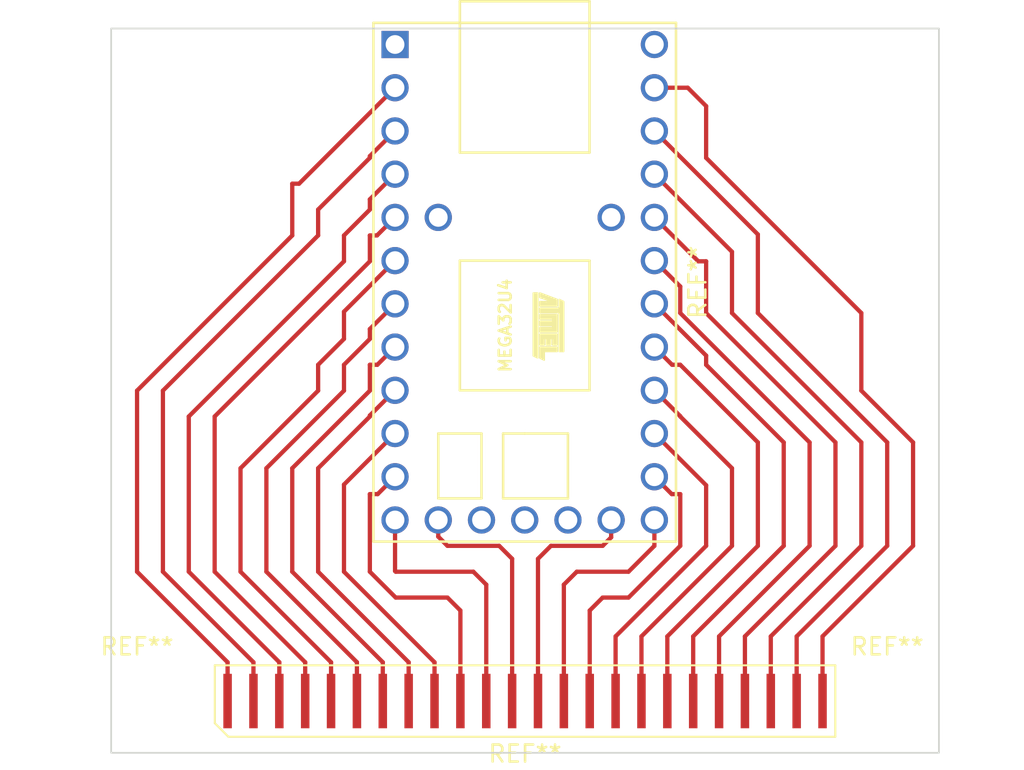
<source format=kicad_pcb>
(kicad_pcb (version 20221018) (generator pcbnew)
  (layers (0 "F.Cu" signal) (31 "B.Cu" signal) (34 "B.Paste" user) (35 "F.Paste" user) (36 "B.SilkS" user "B.Silkscreen") (37 "F.SilkS" user "F.Silkscreen") (38 "B.Mask" user) (39 "F.Mask" user) (44 "Edge.Cuts" user))
  (net 0 "")
  (footprint "MountingHole:MountingHole_2.1mm" (layer "F.Cu") (at 129.2 97.28)
    (fp_text reference "REF**" (at 0 -3.2) (layer "F.SilkS"))
    (fp_text value "MountingHole_2.1mm")
    (pad "" np_thru_hole circle (at 1.12 1) (size 2.1 2.1) (drill 2.1) (layers "F&B.Cu" "*.Mask"))
  )
  (footprint "1.4:SOIC-24" (layer "F.Cu") (at 152 97.28)
    (fp_text reference "REF**" (at 0 3.1) (layer "F.SilkS"))
    (fp_text value "SOIC-24")
    (fp_line (start -18.23 -2.1) (end 18.23 -2.1) (stroke (width 0.12)) (layer "F.SilkS"))
    (fp_line (start -18.23 1.3) (end -18.23 -2.1) (stroke (width 0.12)) (layer "F.SilkS"))
    (fp_line (start -17.43 2.1) (end -18.23 1.3) (stroke (width 0.12)) (layer "F.SilkS"))
    (fp_line (start 18.23 -2.1) (end 18.23 2.1) (stroke (width 0.12)) (layer "F.SilkS"))
    (fp_line (start 18.23 2.1) (end -17.43 2.1) (stroke (width 0.12)) (layer "F.SilkS"))
    (pad "1" smd rect (at -17.48 0) (size 0.5 3.2) (layers "F.Cu" "F.Paste" "F.Mask"))
    (pad "2" smd rect (at -15.96 0) (size 0.5 3.2) (layers "F.Cu" "F.Paste" "F.Mask"))
    (pad "3" smd rect (at -14.44 0) (size 0.5 3.2) (layers "F.Cu" "F.Paste" "F.Mask"))
    (pad "4" smd rect (at -12.92 0) (size 0.5 3.2) (layers "F.Cu" "F.Paste" "F.Mask"))
    (pad "5" smd rect (at -11.4 0) (size 0.5 3.2) (layers "F.Cu" "F.Paste" "F.Mask"))
    (pad "6" smd rect (at -9.88 0) (size 0.5 3.2) (layers "F.Cu" "F.Paste" "F.Mask"))
    (pad "7" smd rect (at -8.36 0) (size 0.5 3.2) (layers "F.Cu" "F.Paste" "F.Mask"))
    (pad "8" smd rect (at -6.84 0) (size 0.5 3.2) (layers "F.Cu" "F.Paste" "F.Mask"))
    (pad "9" smd rect (at -5.32 0) (size 0.5 3.2) (layers "F.Cu" "F.Paste" "F.Mask"))
    (pad "10" smd rect (at -3.8 0) (size 0.5 3.2) (layers "F.Cu" "F.Paste" "F.Mask"))
    (pad "11" smd rect (at -2.28 0) (size 0.5 3.2) (layers "F.Cu" "F.Paste" "F.Mask"))
    (pad "12" smd rect (at -0.76 0) (size 0.5 3.2) (layers "F.Cu" "F.Paste" "F.Mask"))
    (pad "13" smd rect (at 0.76 0) (size 0.5 3.2) (layers "F.Cu" "F.Paste" "F.Mask"))
    (pad "14" smd rect (at 2.28 0) (size 0.5 3.2) (layers "F.Cu" "F.Paste" "F.Mask"))
    (pad "15" smd rect (at 3.8 0) (size 0.5 3.2) (layers "F.Cu" "F.Paste" "F.Mask"))
    (pad "16" smd rect (at 5.32 0) (size 0.5 3.2) (layers "F.Cu" "F.Paste" "F.Mask"))
    (pad "17" smd rect (at 6.84 0) (size 0.5 3.2) (layers "F.Cu" "F.Paste" "F.Mask"))
    (pad "18" smd rect (at 8.36 0) (size 0.5 3.2) (layers "F.Cu" "F.Paste" "F.Mask"))
    (pad "19" smd rect (at 9.88 0) (size 0.5 3.2) (layers "F.Cu" "F.Paste" "F.Mask"))
    (pad "20" smd rect (at 11.4 0) (size 0.5 3.2) (layers "F.Cu" "F.Paste" "F.Mask"))
    (pad "21" smd rect (at 12.92 0) (size 0.5 3.2) (layers "F.Cu" "F.Paste" "F.Mask"))
    (pad "22" smd rect (at 14.44 0) (size 0.5 3.2) (layers "F.Cu" "F.Paste" "F.Mask"))
    (pad "23" smd rect (at 15.96 0) (size 0.5 3.2) (layers "F.Cu" "F.Paste" "F.Mask"))
    (pad "24" smd rect (at 17.48 0) (size 0.5 3.2) (layers "F.Cu" "F.Paste" "F.Mask"))
  )
  (footprint "MountingHole:MountingHole_2.1mm" (layer "F.Cu") (at 173.28 97.28)
    (fp_text reference "REF**" (at 0 -3.2) (layer "F.SilkS"))
    (fp_text value "MountingHole_2.1mm")
    (pad "" np_thru_hole circle (at -0.6 0) (size 2.1 2.1) (drill 2.1) (layers "F&B.Cu" "*.Mask"))
  )
  (footprint "teensy:Teensy2.0" (layer "F.Cu") (at 151.98 72.67 -90)
    (fp_text reference "REF**" (at 0 -10.16 90) (layer "F.SilkS"))
    (fp_text value "Teensy2.0")
    (fp_text user "MEGA32U4" (at 2.54 1.143 90) (layer "F.SilkS") (effects (font (size 0.7 0.7))))
    (fp_line (start -16.51 -3.81) (end -7.62 -3.81) (stroke (width 0.15)) (layer "F.SilkS"))
    (fp_line (start -16.51 3.81) (end -16.51 -3.81) (stroke (width 0.15)) (layer "F.SilkS"))
    (fp_line (start -15.24 -8.89) (end 15.24 -8.89) (stroke (width 0.15)) (layer "F.SilkS"))
    (fp_line (start -15.24 8.89) (end -15.24 -8.89) (stroke (width 0.15)) (layer "F.SilkS"))
    (fp_line (start -7.62 -3.81) (end -7.62 3.81) (stroke (width 0.15)) (layer "F.SilkS"))
    (fp_line (start -7.62 3.81) (end -16.51 3.81) (stroke (width 0.15)) (layer "F.SilkS"))
    (fp_line (start -1.27 -3.81) (end -1.27 3.81) (stroke (width 0.15)) (layer "F.SilkS"))
    (fp_line (start -1.27 3.81) (end 6.35 3.81) (stroke (width 0.15)) (layer "F.SilkS"))
    (fp_line (start 6.35 -3.81) (end -1.27 -3.81) (stroke (width 0.15)) (layer "F.SilkS"))
    (fp_line (start 6.35 3.81) (end 6.35 -3.81) (stroke (width 0.15)) (layer "F.SilkS"))
    (fp_line (start 8.89 -2.54) (end 8.89 0) (stroke (width 0.15)) (layer "F.SilkS"))
    (fp_line (start 8.89 0) (end 8.89 1.27) (stroke (width 0.15)) (layer "F.SilkS"))
    (fp_line (start 8.89 1.27) (end 12.7 1.27) (stroke (width 0.15)) (layer "F.SilkS"))
    (fp_line (start 8.89 2.54) (end 8.89 5.08) (stroke (width 0.15)) (layer "F.SilkS"))
    (fp_line (start 8.89 5.08) (end 12.7 5.08) (stroke (width 0.15)) (layer "F.SilkS"))
    (fp_line (start 12.7 -2.54) (end 8.89 -2.54) (stroke (width 0.15)) (layer "F.SilkS"))
    (fp_line (start 12.7 1.27) (end 12.7 -2.54) (stroke (width 0.15)) (layer "F.SilkS"))
    (fp_line (start 12.7 2.54) (end 8.89 2.54) (stroke (width 0.15)) (layer "F.SilkS"))
    (fp_line (start 12.7 5.08) (end 12.7 2.54) (stroke (width 0.15)) (layer "F.SilkS"))
    (fp_line (start 15.24 -8.89) (end 15.24 8.89) (stroke (width 0.15)) (layer "F.SilkS"))
    (fp_line (start 15.24 8.89) (end -15.24 8.89) (stroke (width 0.15)) (layer "F.SilkS"))
    (fp_poly (pts (xy 0.635 -0.762) (xy 4.445 -0.762) (xy 4.318 -0.508) (xy 0.635 -0.508)) (stroke (width 0.1)) (fill solid) (layer "F.SilkS"))
    (fp_poly (pts (xy 3.81 -1.905) (xy 3.81 -0.889) (xy 4.445 -0.889) (xy 4.572 -1.143) (xy 4.064 -1.143) (xy 4.064 -1.905)) (stroke (width 0.1)) (fill solid) (layer "F.SilkS"))
    (fp_poly (pts (xy 1.397 -0.889) (xy 1.397 -1.905) (xy 1.016 -1.905) (xy 0.635 -0.889) (xy 0.889 -0.889) (xy 1.143 -1.651) (xy 1.143 -0.889)) (stroke (width 0.1)) (fill solid) (layer "F.SilkS"))
    (fp_poly (pts (xy 4.064 -2.032) (xy 1.778 -2.032) (xy 1.778 -0.889) (xy 1.524 -0.889) (xy 1.524 -2.032) (xy 1.016 -2.032) (xy 1.143 -2.286) (xy 4.064 -2.286)) (stroke (width 0.1)) (fill solid) (layer "F.SilkS"))
    (fp_poly (pts (xy 2.921 -0.889) (xy 2.921 -1.905) (xy 1.905 -1.905) (xy 1.905 -0.889) (xy 2.159 -0.889) (xy 2.159 -1.651) (xy 2.286 -1.651) (xy 2.286 -0.889) (xy 2.54 -0.889) (xy 2.54 -1.651) (xy 2.667 -1.651) (xy 2.667 -0.889)) (stroke (width 0.1)) (fill solid) (layer "F.SilkS"))
    (fp_poly (pts (xy 3.048 -1.905) (xy 3.683 -1.905) (xy 3.683 -1.651) (xy 3.302 -1.651) (xy 3.302 -1.524) (xy 3.683 -1.524) (xy 3.683 -1.27) (xy 3.302 -1.27) (xy 3.302 -1.143) (xy 3.683 -1.143) (xy 3.683 -0.889) (xy 3.048 -0.889)) (stroke (width 0.1)) (fill solid) (layer "F.SilkS"))
    (pad "1" thru_hole rect (at -13.97 7.62 270) (size 1.6 1.6) (drill 1.1) (layers "*.Cu" "*.Mask"))
    (pad "2" thru_hole circle (at -11.43 7.62 270) (size 1.6 1.6) (drill 1.1) (layers "*.Cu" "*.Mask"))
    (pad "3" thru_hole circle (at -8.89 7.62 270) (size 1.6 1.6) (drill 1.1) (layers "*.Cu" "*.Mask"))
    (pad "4" thru_hole circle (at -6.35 7.62 270) (size 1.6 1.6) (drill 1.1) (layers "*.Cu" "*.Mask"))
    (pad "5" thru_hole circle (at -3.81 7.62 270) (size 1.6 1.6) (drill 1.1) (layers "*.Cu" "*.Mask"))
    (pad "6" thru_hole circle (at -1.27 7.62 270) (size 1.6 1.6) (drill 1.1) (layers "*.Cu" "*.Mask"))
    (pad "7" thru_hole circle (at 1.27 7.62 270) (size 1.6 1.6) (drill 1.1) (layers "*.Cu" "*.Mask"))
    (pad "8" thru_hole circle (at 3.81 7.62 270) (size 1.6 1.6) (drill 1.1) (layers "*.Cu" "*.Mask"))
    (pad "9" thru_hole circle (at 6.35 7.62 270) (size 1.6 1.6) (drill 1.1) (layers "*.Cu" "*.Mask"))
    (pad "10" thru_hole circle (at 8.89 7.62 270) (size 1.6 1.6) (drill 1.1) (layers "*.Cu" "*.Mask"))
    (pad "11" thru_hole circle (at 11.43 7.62 270) (size 1.6 1.6) (drill 1.1) (layers "*.Cu" "*.Mask"))
    (pad "12" thru_hole circle (at 13.97 7.62 270) (size 1.6 1.6) (drill 1.1) (layers "*.Cu" "*.Mask"))
    (pad "13" thru_hole circle (at 13.97 5.08 270) (size 1.6 1.6) (drill 1.1) (layers "*.Cu" "*.Mask"))
    (pad "14" thru_hole circle (at 13.97 2.54 270) (size 1.6 1.6) (drill 1.1) (layers "*.Cu" "*.Mask"))
    (pad "15" thru_hole circle (at 13.97 0 270) (size 1.6 1.6) (drill 1.1) (layers "*.Cu" "*.Mask"))
    (pad "16" thru_hole circle (at 13.97 -2.54 270) (size 1.6 1.6) (drill 1.1) (layers "*.Cu" "*.Mask"))
    (pad "17" thru_hole circle (at 13.97 -5.08 270) (size 1.6 1.6) (drill 1.1) (layers "*.Cu" "*.Mask"))
    (pad "18" thru_hole circle (at 13.97 -7.62 270) (size 1.6 1.6) (drill 1.1) (layers "*.Cu" "*.Mask"))
    (pad "19" thru_hole circle (at 11.43 -7.62 270) (size 1.6 1.6) (drill 1.1) (layers "*.Cu" "*.Mask"))
    (pad "20" thru_hole circle (at 8.89 -7.62 270) (size 1.6 1.6) (drill 1.1) (layers "*.Cu" "*.Mask"))
    (pad "21" thru_hole circle (at 6.35 -7.62 270) (size 1.6 1.6) (drill 1.1) (layers "*.Cu" "*.Mask"))
    (pad "22" thru_hole circle (at 3.81 -7.62 270) (size 1.6 1.6) (drill 1.1) (layers "*.Cu" "*.Mask"))
    (pad "23" thru_hole circle (at 1.27 -7.62 270) (size 1.6 1.6) (drill 1.1) (layers "*.Cu" "*.Mask"))
    (pad "24" thru_hole circle (at -1.27 -7.62 270) (size 1.6 1.6) (drill 1.1) (layers "*.Cu" "*.Mask"))
    (pad "25" thru_hole circle (at -3.81 -7.62 270) (size 1.6 1.6) (drill 1.1) (layers "*.Cu" "*.Mask"))
    (pad "26" thru_hole circle (at -6.35 -7.62 270) (size 1.6 1.6) (drill 1.1) (layers "*.Cu" "*.Mask"))
    (pad "27" thru_hole circle (at -8.89 -7.62 270) (size 1.6 1.6) (drill 1.1) (layers "*.Cu" "*.Mask"))
    (pad "28" thru_hole circle (at -11.43 -7.62 270) (size 1.6 1.6) (drill 1.1) (layers "*.Cu" "*.Mask"))
    (pad "29" thru_hole circle (at -13.97 -7.62 270) (size 1.6 1.6) (drill 1.1) (layers "*.Cu" "*.Mask"))
    (pad "30" thru_hole circle (at -3.81 5.08 270) (size 1.6 1.6) (drill 1.1) (layers "*.Cu" "*.Mask"))
    (pad "31" thru_hole circle (at -3.81 -5.08 270) (size 1.6 1.6) (drill 1.1) (layers "*.Cu" "*.Mask"))
  )
  (gr_rect (start 127.68 57.76) (end 176.32 100.32) (stroke (width 0.1)) (fill none) (layer "Edge.Cuts"))
  (segment (start 130.72 79.04) (end 139.84 69.92) (width 0.25) (layer "F.Cu") (net 0))
  (segment (start 155.8 97.28) (end 155.8 91.96) (width 0.25) (layer "F.Cu") (net 0))
  (segment (start 171.76 88.16) (end 171.76 82.08) (width 0.25) (layer "F.Cu") (net 0))
  (segment (start 148.2 97.28) (end 148.2 91.96) (width 0.25) (layer "F.Cu") (net 0))
  (segment (start 140.6 95) (end 135.28 89.68) (width 0.25) (layer "F.Cu") (net 0))
  (segment (start 132.24 80.56) (end 141.36 71.44) (width 0.25) (layer "F.Cu") (net 0))
  (segment (start 146.68 97.28) (end 146.68 95) (width 0.25) (layer "F.Cu") (net 0))
  (segment (start 141.36 69.92) (end 142.88 68.4) (width 0.25) (layer "F.Cu") (net 0))
  (segment (start 140.6 97.28) (end 140.6 95) (width 0.25) (layer "F.Cu") (net 0))
  (segment (start 164.16 83.6) (end 161.12 80.56) (width 0.25) (layer "F.Cu") (net 0))
  (segment (start 152.76 97.28) (end 152.76 88.92) (width 0.25) (layer "F.Cu") (net 0))
  (segment (start 173.28 88.16) (end 173.28 82.08) (width 0.25) (layer "F.Cu") (net 0))
  (segment (start 161.12 77.52) (end 160.64 77.52) (width 0.25) (layer "F.Cu") (net 0))
  (segment (start 148.2 91.96) (end 147.44 91.2) (width 0.25) (layer "F.Cu") (net 0))
  (segment (start 129.2 89.68) (end 129.2 79.04) (width 0.25) (layer "F.Cu") (net 0))
  (segment (start 138.32 69.92) (end 138.32 66.88) (width 0.25) (layer "F.Cu") (net 0))
  (segment (start 157.06 87.66) (end 157.06 86.64) (width 0.25) (layer "F.Cu") (net 0))
  (segment (start 164.16 88.16) (end 164.16 83.6) (width 0.25) (layer "F.Cu") (net 0))
  (segment (start 162.64 77.52) (end 162.64 76.98) (width 0.25) (layer "F.Cu") (net 0))
  (segment (start 161.88 93.48) (end 167.2 88.16) (width 0.25) (layer "F.Cu") (net 0))
  (segment (start 136.04 97.28) (end 136.04 95) (width 0.25) (layer "F.Cu") (net 0))
  (segment (start 157.32 93.48) (end 162.64 88.16) (width 0.25) (layer "F.Cu") (net 0))
  (segment (start 145.16 97.28) (end 145.16 95) (width 0.25) (layer "F.Cu") (net 0))
  (segment (start 166.44 93.48) (end 171.76 88.16) (width 0.25) (layer "F.Cu") (net 0))
  (segment (start 141.36 79.04) (end 141.36 77.52) (width 0.25) (layer "F.Cu") (net 0))
  (segment (start 165.68 69.86) (end 159.6 63.78) (width 0.25) (layer "F.Cu") (net 0))
  (segment (start 149.72 90.44) (end 148.96 89.68) (width 0.25) (layer "F.Cu") (net 0))
  (segment (start 158.84 93.48) (end 164.16 88.16) (width 0.25) (layer "F.Cu") (net 0))
  (segment (start 142.88 68.4) (end 142.88 67.8) (width 0.25) (layer "F.Cu") (net 0))
  (segment (start 162.64 65.36) (end 162.64 62.32) (width 0.25) (layer "F.Cu") (net 0))
  (segment (start 141.36 77.52) (end 142.88 76) (width 0.25) (layer "F.Cu") (net 0))
  (segment (start 158.84 97.28) (end 158.84 93.48) (width 0.25) (layer "F.Cu") (net 0))
  (segment (start 142.88 65.36) (end 142.88 65.26) (width 0.25) (layer "F.Cu") (net 0))
  (segment (start 146.9 87.62) (end 146.9 86.64) (width 0.25) (layer "F.Cu") (net 0))
  (segment (start 173.28 82.08) (end 165.68 74.48) (width 0.25) (layer "F.Cu") (net 0))
  (segment (start 134.52 95) (end 129.2 89.68) (width 0.25) (layer "F.Cu") (net 0))
  (segment (start 170.24 88.16) (end 170.24 82.08) (width 0.25) (layer "F.Cu") (net 0))
  (segment (start 162.64 84.6) (end 159.6 81.56) (width 0.25) (layer "F.Cu") (net 0))
  (segment (start 148.96 89.68) (end 144.4 89.68) (width 0.25) (layer "F.Cu") (net 0))
  (segment (start 141.36 74.4) (end 144.36 71.4) (width 0.25) (layer "F.Cu") (net 0))
  (segment (start 139.84 79.04) (end 139.84 77.52) (width 0.25) (layer "F.Cu") (net 0))
  (segment (start 165.68 82.08) (end 161.12 77.52) (width 0.25) (layer "F.Cu") (net 0))
  (segment (start 160.64 77.52) (end 159.6 76.48) (width 0.25) (layer "F.Cu") (net 0))
  (segment (start 138.32 83.6) (end 142.88 79.04) (width 0.25) (layer "F.Cu") (net 0))
  (segment (start 137.56 95) (end 132.24 89.68) (width 0.25) (layer "F.Cu") (net 0))
  (segment (start 164.92 97.28) (end 164.92 93.48) (width 0.25) (layer "F.Cu") (net 0))
  (segment (start 164.16 70.88) (end 159.6 66.32) (width 0.25) (layer "F.Cu") (net 0))
  (segment (start 147.44 88.16) (end 146.9 87.62) (width 0.25) (layer "F.Cu") (net 0))
  (segment (start 163.4 97.28) (end 163.4 93.48) (width 0.25) (layer "F.Cu") (net 0))
  (segment (start 139.84 77.52) (end 141.36 76) (width 0.25) (layer "F.Cu") (net 0))
  (segment (start 162.64 88.16) (end 162.64 84.6) (width 0.25) (layer "F.Cu") (net 0))
  (segment (start 169.48 93.48) (end 174.8 88.16) (width 0.25) (layer "F.Cu") (net 0))
  (segment (start 146.68 95) (end 141.36 89.68) (width 0.25) (layer "F.Cu") (net 0))
  (segment (start 133.76 89.68) (end 133.76 80.56) (width 0.25) (layer "F.Cu") (net 0))
  (segment (start 157.32 97.28) (end 157.32 93.48) (width 0.25) (layer "F.Cu") (net 0))
  (segment (start 155.8 91.96) (end 156.56 91.2) (width 0.25) (layer "F.Cu") (net 0))
  (segment (start 139.08 95) (end 133.76 89.68) (width 0.25) (layer "F.Cu") (net 0))
  (segment (start 138.32 66.88) (end 138.72 66.88) (width 0.25) (layer "F.Cu") (net 0))
  (segment (start 154.28 97.28) (end 154.28 90.44) (width 0.25) (layer "F.Cu") (net 0))
  (segment (start 167.96 93.48) (end 173.28 88.16) (width 0.25) (layer "F.Cu") (net 0))
  (segment (start 142.88 79.04) (end 142.88 77.52) (width 0.25) (layer "F.Cu") (net 0))
  (segment (start 137.56 97.28) (end 137.56 95) (width 0.25) (layer "F.Cu") (net 0))
  (segment (start 142.88 69.92) (end 143.3 69.92) (width 0.25) (layer "F.Cu") (net 0))
  (segment (start 138.72 66.88) (end 144.36 61.24) (width 0.25) (layer "F.Cu") (net 0))
  (segment (start 158.08 89.68) (end 159.6 88.16) (width 0.25) (layer "F.Cu") (net 0))
  (segment (start 154.28 90.44) (end 155.04 89.68) (width 0.25) (layer "F.Cu") (net 0))
  (segment (start 142.88 67.8) (end 144.36 66.32) (width 0.25) (layer "F.Cu") (net 0))
  (segment (start 143.32 77.52) (end 144.36 76.48) (width 0.25) (layer "F.Cu") (net 0))
  (segment (start 132.24 89.68) (end 132.24 80.56) (width 0.25) (layer "F.Cu") (net 0))
  (segment (start 136.8 83.6) (end 141.36 79.04) (width 0.25) (layer "F.Cu") (net 0))
  (segment (start 135.28 89.68) (end 135.28 83.6) (width 0.25) (layer "F.Cu") (net 0))
  (segment (start 165.68 88.16) (end 165.68 82.08) (width 0.25) (layer "F.Cu") (net 0))
  (segment (start 162.64 71.44) (end 162.18 71.44) (width 0.25) (layer "F.Cu") (net 0))
  (segment (start 135.28 83.6) (end 139.84 79.04) (width 0.25) (layer "F.Cu") (net 0))
  (segment (start 139.08 97.28) (end 139.08 95) (width 0.25) (layer "F.Cu") (net 0))
  (segment (start 130.72 89.68) (end 130.72 79.04) (width 0.25) (layer "F.Cu") (net 0))
  (segment (start 144.4 91.2) (end 142.88 89.68) (width 0.25) (layer "F.Cu") (net 0))
  (segment (start 168.72 88.16) (end 168.72 82.08) (width 0.25) (layer "F.Cu") (net 0))
  (segment (start 143.3 69.92) (end 144.36 68.86) (width 0.25) (layer "F.Cu") (net 0))
  (segment (start 174.8 82.08) (end 171.76 79.04) (width 0.25) (layer "F.Cu") (net 0))
  (segment (start 142.88 71.44) (end 142.88 69.92) (width 0.25) (layer "F.Cu") (net 0))
  (segment (start 174.8 88.16) (end 174.8 82.08) (width 0.25) (layer "F.Cu") (net 0))
  (segment (start 171.76 74.48) (end 162.64 65.36) (width 0.25) (layer "F.Cu") (net 0))
  (segment (start 159.6 88.16) (end 159.6 86.64) (width 0.25) (layer "F.Cu") (net 0))
  (segment (start 142.88 89.68) (end 142.88 85.12) (width 0.25) (layer "F.Cu") (net 0))
  (segment (start 141.36 89.68) (end 141.36 84.56) (width 0.25) (layer "F.Cu") (net 0))
  (segment (start 166.44 97.28) (end 166.44 93.48) (width 0.25) (layer "F.Cu") (net 0))
  (segment (start 152.76 88.92) (end 153.52 88.16) (width 0.25) (layer "F.Cu") (net 0))
  (segment (start 161.88 97.28) (end 161.88 93.48) (width 0.25) (layer "F.Cu") (net 0))
  (segment (start 133.76 80.56) (end 142.88 71.44) (width 0.25) (layer "F.Cu") (net 0))
  (segment (start 141.36 84.56) (end 144.36 81.56) (width 0.25) (layer "F.Cu") (net 0))
  (segment (start 161.12 80.54) (end 159.6 79.02) (width 0.25) (layer "F.Cu") (net 0))
  (segment (start 142.88 77.52) (end 143.32 77.52) (width 0.25) (layer "F.Cu") (net 0))
  (segment (start 144.4 89.68) (end 144.36 89.64) (width 0.25) (layer "F.Cu") (net 0))
  (segment (start 161.12 85.12) (end 160.62 85.12) (width 0.25) (layer "F.Cu") (net 0))
  (segment (start 141.36 76) (end 141.36 74.4) (width 0.25) (layer "F.Cu") (net 0))
  (segment (start 139.84 69.92) (end 139.84 68.4) (width 0.25) (layer "F.Cu") (net 0))
  (segment (start 134.52 97.28) (end 134.52 95) (width 0.25) (layer "F.Cu") (net 0))
  (segment (start 167.2 82.08) (end 162.64 77.52) (width 0.25) (layer "F.Cu") (net 0))
  (segment (start 162.64 74.48) (end 162.64 71.44) (width 0.25) (layer "F.Cu") (net 0))
  (segment (start 164.16 74.48) (end 164.16 70.88) (width 0.25) (layer "F.Cu") (net 0))
  (segment (start 142.88 75.42) (end 144.36 73.94) (width 0.25) (layer "F.Cu") (net 0))
  (segment (start 170.24 82.08) (end 162.64 74.48) (width 0.25) (layer "F.Cu") (net 0))
  (segment (start 151.24 97.28) (end 151.24 88.92) (width 0.25) (layer "F.Cu") (net 0))
  (segment (start 143.64 97.28) (end 143.64 95) (width 0.25) (layer "F.Cu") (net 0))
  (segment (start 156.56 88.16) (end 157.06 87.66) (width 0.25) (layer "F.Cu") (net 0))
  (segment (start 145.16 95) (end 139.84 89.68) (width 0.25) (layer "F.Cu") (net 0))
  (segment (start 153.52 88.16) (end 156.56 88.16) (width 0.25) (layer "F.Cu") (net 0))
  (segment (start 165.68 74.48) (end 165.68 69.86) (width 0.25) (layer "F.Cu") (net 0))
  (segment (start 142.88 80.56) (end 142.88 80.5) (width 0.25) (layer "F.Cu") (net 0))
  (segment (start 168.72 82.08) (end 161.12 74.48) (width 0.25) (layer "F.Cu") (net 0))
  (segment (start 129.2 79.04) (end 138.32 69.92) (width 0.25) (layer "F.Cu") (net 0))
  (segment (start 147.44 91.2) (end 144.4 91.2) (width 0.25) (layer "F.Cu") (net 0))
  (segment (start 164.92 93.48) (end 170.24 88.16) (width 0.25) (layer "F.Cu") (net 0))
  (segment (start 149.72 97.28) (end 149.72 90.44) (width 0.25) (layer "F.Cu") (net 0))
  (segment (start 158.08 91.2) (end 161.12 88.16) (width 0.25) (layer "F.Cu") (net 0))
  (segment (start 139.84 83.6) (end 142.88 80.56) (width 0.25) (layer "F.Cu") (net 0))
  (segment (start 142.88 76) (end 142.88 75.42) (width 0.25) (layer "F.Cu") (net 0))
  (segment (start 161.12 88.16) (end 161.12 85.12) (width 0.25) (layer "F.Cu") (net 0))
  (segment (start 171.76 79.04) (end 171.76 74.48) (width 0.25) (layer "F.Cu") (net 0))
  (segment (start 161.12 72.92) (end 159.6 71.4) (width 0.25) (layer "F.Cu") (net 0))
  (segment (start 143.34 85.12) (end 144.36 84.1) (width 0.25) (layer "F.Cu") (net 0))
  (segment (start 171.76 82.08) (end 164.16 74.48) (width 0.25) (layer "F.Cu") (net 0))
  (segment (start 163.4 93.48) (end 168.72 88.16) (width 0.25) (layer "F.Cu") (net 0))
  (segment (start 160.36 93.48) (end 165.68 88.16) (width 0.25) (layer "F.Cu") (net 0))
  (segment (start 156.56 91.2) (end 158.08 91.2) (width 0.25) (layer "F.Cu") (net 0))
  (segment (start 142.88 80.5) (end 144.36 79.02) (width 0.25) (layer "F.Cu") (net 0))
  (segment (start 161.12 74.48) (end 161.12 72.92) (width 0.25) (layer "F.Cu") (net 0))
  (segment (start 169.48 97.28) (end 169.48 93.48) (width 0.25) (layer "F.Cu") (net 0))
  (segment (start 142.12 95) (end 136.8 89.68) (width 0.25) (layer "F.Cu") (net 0))
  (segment (start 139.84 68.4) (end 142.88 65.36) (width 0.25) (layer "F.Cu") (net 0))
  (segment (start 138.32 89.68) (end 138.32 83.6) (width 0.25) (layer "F.Cu") (net 0))
  (segment (start 162.18 71.44) (end 159.6 68.86) (width 0.25) (layer "F.Cu") (net 0))
  (segment (start 162.64 62.32) (end 161.56 61.24) (width 0.25) (layer "F.Cu") (net 0))
  (segment (start 161.56 61.24) (end 159.6 61.24) (width 0.25) (layer "F.Cu") (net 0))
  (segment (start 167.2 88.16) (end 167.2 82.08) (width 0.25) (layer "F.Cu") (net 0))
  (segment (start 141.36 71.44) (end 141.36 69.92) (width 0.25) (layer "F.Cu") (net 0))
  (segment (start 162.64 76.98) (end 159.6 73.94) (width 0.25) (layer "F.Cu") (net 0))
  (segment (start 142.12 97.28) (end 142.12 95) (width 0.25) (layer "F.Cu") (net 0))
  (segment (start 136.8 89.68) (end 136.8 83.6) (width 0.25) (layer "F.Cu") (net 0))
  (segment (start 161.12 80.56) (end 161.12 80.54) (width 0.25) (layer "F.Cu") (net 0))
  (segment (start 144.36 89.64) (end 144.36 86.64) (width 0.25) (layer "F.Cu") (net 0))
  (segment (start 142.88 85.12) (end 143.34 85.12) (width 0.25) (layer "F.Cu") (net 0))
  (segment (start 160.36 97.28) (end 160.36 93.48) (width 0.25) (layer "F.Cu") (net 0))
  (segment (start 139.84 89.68) (end 139.84 83.6) (width 0.25) (layer "F.Cu") (net 0))
  (segment (start 167.96 97.28) (end 167.96 93.48) (width 0.25) (layer "F.Cu") (net 0))
  (segment (start 143.64 95) (end 138.32 89.68) (width 0.25) (layer "F.Cu") (net 0))
  (segment (start 155.04 89.68) (end 158.08 89.68) (width 0.25) (layer "F.Cu") (net 0))
  (segment (start 160.62 85.12) (end 159.6 84.1) (width 0.25) (layer "F.Cu") (net 0))
  (segment (start 150.48 88.16) (end 147.44 88.16) (width 0.25) (layer "F.Cu") (net 0))
  (segment (start 136.04 95) (end 130.72 89.68) (width 0.25) (layer "F.Cu") (net 0))
  (segment (start 142.88 65.26) (end 144.36 63.78) (width 0.25) (layer "F.Cu") (net 0))
  (segment (start 151.24 88.92) (end 150.48 88.16) (width 0.25) (layer "F.Cu") (net 0))
)
</source>
